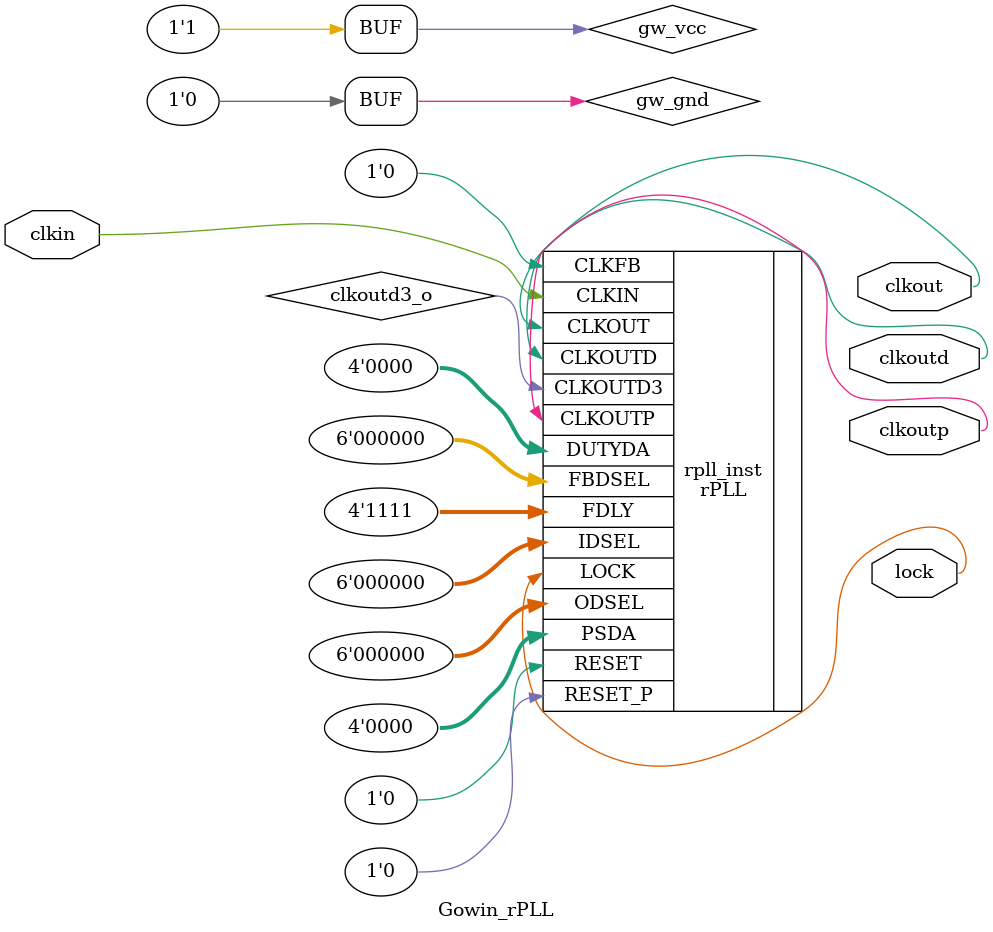
<source format=v>

module Gowin_rPLL (clkout, lock, clkoutp, clkoutd, clkin);

output clkout;
output lock;
output clkoutp;
output clkoutd;
input clkin;

wire clkoutd3_o;
wire gw_vcc;
wire gw_gnd;

assign gw_vcc = 1'b1;
assign gw_gnd = 1'b0;

rPLL rpll_inst (
    .CLKOUT(clkout),
    .LOCK(lock),
    .CLKOUTP(clkoutp),
    .CLKOUTD(clkoutd),
    .CLKOUTD3(clkoutd3_o),
    .RESET(gw_gnd),
    .RESET_P(gw_gnd),
    .CLKIN(clkin),
    .CLKFB(gw_gnd),
    .FBDSEL({gw_gnd,gw_gnd,gw_gnd,gw_gnd,gw_gnd,gw_gnd}),
    .IDSEL({gw_gnd,gw_gnd,gw_gnd,gw_gnd,gw_gnd,gw_gnd}),
    .ODSEL({gw_gnd,gw_gnd,gw_gnd,gw_gnd,gw_gnd,gw_gnd}),
    .PSDA({gw_gnd,gw_gnd,gw_gnd,gw_gnd}),
    .DUTYDA({gw_gnd,gw_gnd,gw_gnd,gw_gnd}),
    .FDLY({gw_vcc,gw_vcc,gw_vcc,gw_vcc})
);

defparam rpll_inst.FCLKIN = "27";
defparam rpll_inst.DYN_IDIV_SEL = "false";
defparam rpll_inst.IDIV_SEL = 8;
defparam rpll_inst.DYN_FBDIV_SEL = "false";
defparam rpll_inst.FBDIV_SEL = 31;
defparam rpll_inst.DYN_ODIV_SEL = "false";
defparam rpll_inst.ODIV_SEL = 8;
defparam rpll_inst.PSDA_SEL = "0100";
defparam rpll_inst.DYN_DA_EN = "false";
defparam rpll_inst.DUTYDA_SEL = "1000";
defparam rpll_inst.CLKOUT_FT_DIR = 1'b1;
defparam rpll_inst.CLKOUTP_FT_DIR = 1'b1;
defparam rpll_inst.CLKOUT_DLY_STEP = 0;
defparam rpll_inst.CLKOUTP_DLY_STEP = 0;
defparam rpll_inst.CLKFB_SEL = "internal";
defparam rpll_inst.CLKOUT_BYPASS = "false";
defparam rpll_inst.CLKOUTP_BYPASS = "false";
defparam rpll_inst.CLKOUTD_BYPASS = "false";
defparam rpll_inst.DYN_SDIV_SEL = 4;
defparam rpll_inst.CLKOUTD_SRC = "CLKOUT";
defparam rpll_inst.CLKOUTD3_SRC = "CLKOUT";
defparam rpll_inst.DEVICE = "GW1NR-9C";

endmodule //Gowin_rPLL

</source>
